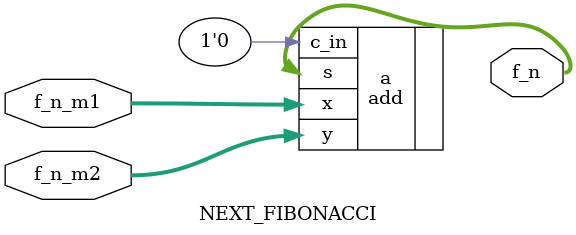
<source format=v>
module ABC (
    soc, eoc, n,
    dav_a_, rfd_a, 
    dav_b_, rfd_b,
    out,
    clock, reset_
);
    input clock, reset_;
    input eoc, rfd_a, rfd_b;
    output soc, dav_a_, dav_b_;
    input [7:0] n;
    output [31:0] out;
    
    reg SOC, DAV_;
    reg [5:0] COUNT;
    reg [26:0] OUT;
    
    reg [2:0] STAR;
    localparam S0=0, S1=1, S2=2, S3=3, S4=4;

    assign soc = SOC;
    assign dav_a_ = DAV_;
    assign dav_b_ = DAV_;
    assign out = {5'b0, OUT};

    reg [26:0] F_N_m1, F_N_m2;
    wire [26:0] f_n;
    NEXT_FIBONACCI nf (
        .f_n_m1(F_N_m1), .f_n_m2(F_N_m2), 
        .f_n(f_n)
    );

    always @(reset_==0) #1 
        begin
            SOC = 0;
            DAV_ = 1;
            STAR = S0;
        end
    
    always @(posedge clock) if (reset_==1) #3
        casex(STAR)
            S0: 
                begin
                    SOC <= 1;
                    STAR <= (eoc == 1'B0) ? S1 : S0;
                end
            S1: 
                begin
                    SOC <= 0;
                    COUNT <= n;
                    F_N_m1 <= 1;
                    F_N_m2 <= 0;
                    STAR <= (eoc == 1'B1) ? S2 : S1;
                end
            S2:
                begin
                    COUNT <= COUNT - 1;
                    OUT <= f_n;
                    F_N_m1 <= f_n;
                    F_N_m2 <= F_N_m1;
                    STAR <= (COUNT == 2) ? S3 : S2;
                end
            S3: 
                begin
                    DAV_ <= 0;
                    STAR <= ({rfd_a, rfd_b} == 2'b00) ? S4 : S3;
                end
            S4: 
                begin
                    DAV_ <= 1;
                    STAR <= ({rfd_a, rfd_b} == 2'b11) ? S0 : S4;
                end
        endcase

endmodule

module NEXT_FIBONACCI(
    f_n_m1, f_n_m2, 
    f_n
);
    input [26:0] f_n_m1, f_n_m2;
    output [26:0] f_n;

    add #( .N(27) ) a (
        .x(f_n_m1), .y(f_n_m2), .c_in(1'b0),
        .s(f_n)
    );

endmodule

</source>
